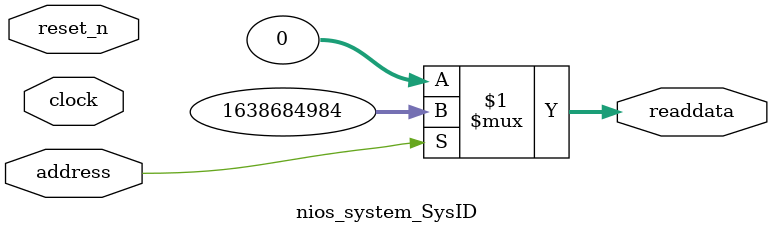
<source format=v>



// synthesis translate_off
`timescale 1ns / 1ps
// synthesis translate_on

// turn off superfluous verilog processor warnings 
// altera message_level Level1 
// altera message_off 10034 10035 10036 10037 10230 10240 10030 

module nios_system_SysID (
               // inputs:
                address,
                clock,
                reset_n,

               // outputs:
                readdata
             )
;

  output  [ 31: 0] readdata;
  input            address;
  input            clock;
  input            reset_n;

  wire    [ 31: 0] readdata;
  //control_slave, which is an e_avalon_slave
  assign readdata = address ? 1638684984 : 0;

endmodule



</source>
